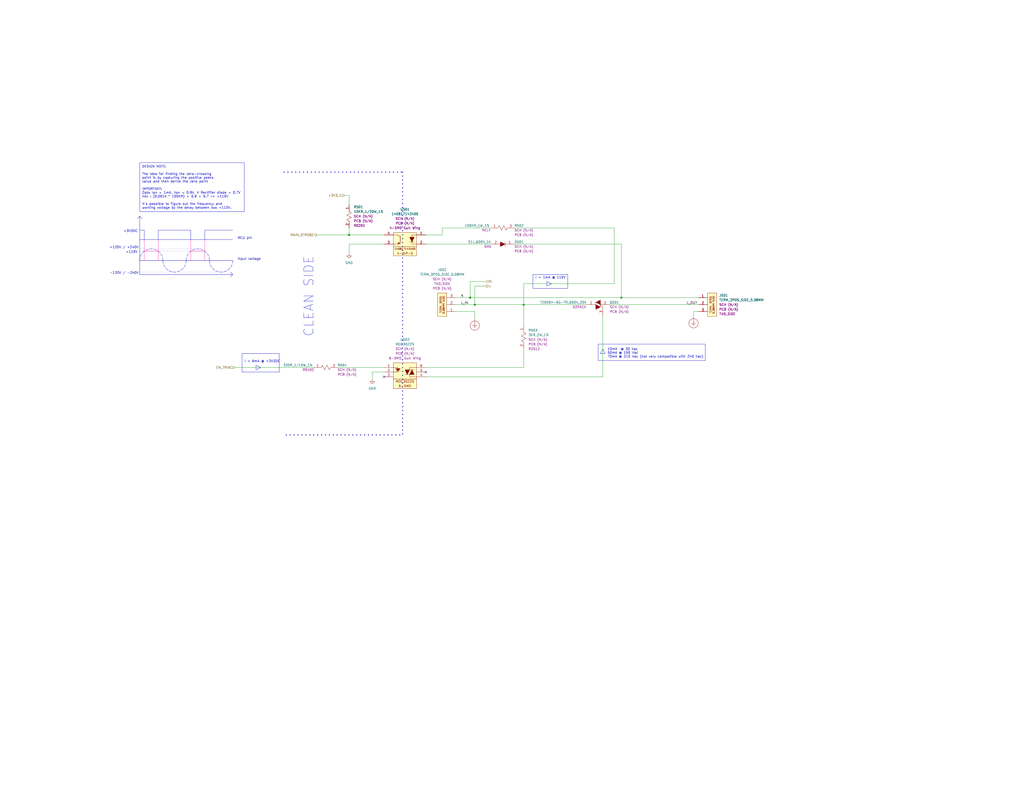
<source format=kicad_sch>
(kicad_sch (version 20230121) (generator eeschema)
  (paper "C")
  (title_block (title "Hot Plate") (date "09/15/2023") (rev "v1.0") (company "Mend0z0") (comment 1 "v1") (comment 2 "RELEASED") (comment 3 "Siavash Taher Parvar") (comment 8 "N/A"))
  (lib_symbols
    (symbol "_SCHLIB_HotPlate:CONN_TERM_3POS_SIDE_5.08MM"
      (property "Reference" "J" (at 3.81 3.81 0))
      (property "Value" "TERM_3POS_SIDE_5.08MM" (at 3.81 6.35 0))
      (property "SCH CHECK" "SCH (N/A)" (at 3.81 31.75 0))
      (property "Package" "THD_SIDE" (at 3.81 34.29 0))
      (property "PCB CHECk" "PCB (N/A)" (at 3.81 29.21 0))
      (symbol "CONN_TERM_3POS_SIDE_5.08MM_0_1"
        (rectangle (start 5.08 0) (end 10.16 -12.7) (fill (type background)))
        (text "TERM, 3POS\n5.08MM SIDE" (at 7.62 -6.35 900) (effects (font (size 1.016 1.016))))
      )
      (symbol "CONN_TERM_3POS_SIDE_5.08MM_1_1"
        (pin passive line (at 0 -2.54 0) (length 5.08) (name "") (number "1"))
        (pin passive line (at 0 -6.35 0) (length 5.08) (name "") (number "2"))
        (pin passive line (at 0 -10.16 0) (length 5.08) (name "") (number "3"))
      )
    )
    (symbol "_SCHLIB_HotPlate:DIODE_GP_S1J_600V_1A_SMA"
      (property "Reference" "D" (at 3.81 5.08 0))
      (property "Value" "S1J_600V_1A" (at 3.81 7.62 0))
      (property "SCH CHECK" "SCH (N/A)" (at 3.81 33.02 0))
      (property "Package" "SMA" (at 3.81 35.56 0))
      (property "PCB CHECk" "PCB (N/A)" (at 3.81 30.48 0))
      (symbol "DIODE_GP_S1J_600V_1A_SMA_0_1"
        (polyline (pts (xy 7.62 1.27) (xy 7.62 -1.27)))
        (polyline (pts (xy 5.08 1.27) (xy 5.08 -1.27) (xy 7.62 0) (xy 5.08 1.27)) (fill (type outline)))
      )
      (symbol "DIODE_GP_S1J_600V_1A_SMA_1_1"
        (pin passive line (at 12.7 0 180) (length 5.08) (name "") (number "1"))
        (pin passive line (at 0 0 0) (length 5.08) (name "") (number "2"))
      )
    )
    (symbol "_SCHLIB_HotPlate:IC_OPTOISOLATOR_140817143400_TRANSISTOR_5kV_35V_0.05A_4-SMD Gull Wing"
      (property "Reference" "U" (at 2.54 3.81 0))
      (property "Value" "140817143400" (at 2.54 6.35 0))
      (property "SCH CHECK" "SCH (N/A)" (at 2.54 31.75 0))
      (property "Package" "4-SMD Gull Wing" (at 2.54 34.29 0))
      (property "PCB CHECk" "PCB (N/A)" (at 2.54 29.21 0))
      (symbol "IC_OPTOISOLATOR_140817143400_TRANSISTOR_5kV_35V_0.05A_4-SMD Gull Wing_0_0"
        (polyline (pts (xy 13.97 -1.27) (xy 13.97 -6.35)))
        (polyline (pts (xy 17.78 -1.27) (xy 15.24 -1.27) (xy 15.24 -1.27)))
        (polyline (pts (xy 14.9738 -5.3631) (xy 14.2597 -5.98) (xy 15.2527 -6.3543) (xy 14.978 -5.3589)) (fill (type outline)))
        (polyline (pts (xy 15.24 -1.27) (xy 13.97 -2.54) (xy 13.97 -5.08) (xy 15.24 -6.35)))
        (text "140817143400" (at 11.43 -8.89 0) (effects (font (size 1.016 1.016))))
        (text "4-DIP-S" (at 11.43 -11.43 0) (effects (font (size 1.27 1.27))))
      )
      (symbol "IC_OPTOISOLATOR_140817143400_TRANSISTOR_5kV_35V_0.05A_4-SMD Gull Wing_0_1"
        (polyline (pts (xy 5.08 -7.62) (xy 17.78 -7.62)))
        (polyline (pts (xy 6.35 -5.08) (xy 8.89 -5.08)))
        (polyline (pts (xy 17.78 -6.35) (xy 15.24 -6.35) (xy 15.24 -6.35)))
        (polyline (pts (xy 5.08 -1.27) (xy 7.62 -1.27) (xy 7.62 -6.35) (xy 5.08 -6.35)))
        (polyline (pts (xy 6.35 -2.54) (xy 8.89 -2.54) (xy 7.62 -5.08) (xy 6.35 -2.54)) (fill (type outline)))
        (rectangle (start 5.08 0) (end 17.78 -12.7) (fill (type background)))
      )
      (symbol "IC_OPTOISOLATOR_140817143400_TRANSISTOR_5kV_35V_0.05A_4-SMD Gull Wing_1_1"
        (pin passive line (at 0 -1.27 0) (length 5.08) (name "") (number "1"))
        (pin passive line (at 0 -6.35 0) (length 5.08) (name "") (number "2"))
        (pin passive line (at 22.86 -6.35 180) (length 5.08) (name "") (number "3"))
        (pin passive line (at 22.86 -1.27 180) (length 5.08) (name "") (number "4"))
      )
    )
    (symbol "_SCHLIB_HotPlate:IC_OPTOISOLATOR_MOC3022S_TRIAC_5kV_400V_6-SMD, Gull Wing"
      (property "Reference" "U" (at 2.54 3.81 0))
      (property "Value" "MOC3022S" (at 2.54 6.35 0))
      (property "SCH CHECK" "SCH (N/A)" (at 2.54 31.75 0))
      (property "Package" "6-SMD, Gull Wing" (at 2.54 34.29 0))
      (property "PCB CHECk" "PCB (N/A)" (at 2.54 29.21 0))
      (symbol "IC_OPTOISOLATOR_MOC3022S_TRIAC_5kV_400V_6-SMD, Gull Wing_0_0"
        (text "6-SMD" (at 6.35 -12.7 0) (effects (font (size 1.27 1.27))))
        (text "MOC3022S" (at 6.35 -10.16 0) (effects (font (size 1.27 1.27))))
      )
      (symbol "IC_OPTOISOLATOR_MOC3022S_TRIAC_5kV_400V_6-SMD, Gull Wing_0_1"
        (polyline (pts (xy 0 -8.89) (xy 12.7 -8.89)))
        (polyline (pts (xy 1.27 -4.445) (xy 3.81 -4.445)))
        (polyline (pts (xy 6.35 -6.35) (xy 10.16 -6.35)))
        (polyline (pts (xy 7.62 -3.81) (xy 11.43 -3.81)))
        (polyline (pts (xy 12.7 -7.62) (xy 8.89 -7.62) (xy 8.89 -6.35)))
        (polyline (pts (xy 12.7 -2.54) (xy 8.89 -2.54) (xy 8.89 -3.81)))
        (polyline (pts (xy 0 -2.54) (xy 2.54 -2.54) (xy 2.54 -5.08) (xy 0 -5.08)))
        (polyline (pts (xy 1.27 -3.175) (xy 3.81 -3.175) (xy 2.54 -4.445) (xy 1.27 -3.175)) (fill (type outline)))
        (polyline (pts (xy 7.62 -6.35) (xy 8.89 -3.81) (xy 6.35 -3.81) (xy 7.62 -6.35)) (fill (type outline)))
        (polyline (pts (xy 10.16 -3.81) (xy 8.89 -6.35) (xy 11.43 -6.35) (xy 10.16 -3.81)) (fill (type outline)))
        (rectangle (start 0 0) (end 12.7 -13.97) (fill (type background)))
      )
      (symbol "IC_OPTOISOLATOR_MOC3022S_TRIAC_5kV_400V_6-SMD, Gull Wing_1_1"
        (pin passive line (at -5.08 -2.54 0) (length 5.08) (name "") (number "1"))
        (pin passive line (at -5.08 -5.08 0) (length 5.08) (name "") (number "2"))
        (pin passive line (at -5.08 -7.62 0) (length 5.08) (name "") (number "3"))
        (pin passive line (at 17.78 -7.62 180) (length 5.08) (name "") (number "4"))
        (pin passive line (at 17.78 -5.08 180) (length 5.08) (name "") (number "5"))
        (pin passive line (at 17.78 -2.54 180) (length 5.08) (name "") (number "6"))
      )
    )
    (symbol "_SCHLIB_HotPlate:Q_TRIAC_T2050H-6G-TR_600V_20A_D2PAK"
      (property "Reference" "Q" (at 2.54 3.81 0))
      (property "Value" "T2050H-6G-TR_600V_20A" (at 2.54 6.35 0))
      (property "SCH CHECK" "SCH (N/A)" (at 2.54 31.75 0))
      (property "Package" "D2PACK" (at 2.54 34.29 0))
      (property "PCB CHECk" "PCB (N/A)" (at 2.54 29.21 0))
      (symbol "Q_TRIAC_T2050H-6G-TR_600V_20A_D2PAK_0_1"
        (polyline (pts (xy 5.08 1.27) (xy 5.08 -1.27)))
        (polyline (pts (xy 7.62 0) (xy 8.89 -1.27)))
        (polyline (pts (xy 7.62 1.27) (xy 7.62 -1.27)))
        (polyline (pts (xy 5.08 0) (xy 7.62 -1.27) (xy 5.08 -2.54) (xy 5.08 0)) (fill (type outline)))
        (polyline (pts (xy 5.08 1.27) (xy 7.62 0) (xy 7.62 2.54) (xy 5.08 1.27)) (fill (type outline)))
      )
      (symbol "Q_TRIAC_T2050H-6G-TR_600V_20A_D2PAK_1_1"
        (pin passive line (at 0 0 0) (length 5.08) (name "") (number "1"))
        (pin passive line (at 12.7 0 180) (length 5.08) (name "") (number "2"))
        (pin passive line (at 8.89 -6.35 90) (length 5.08) (name "") (number "3"))
      )
    )
    (symbol "_SCHLIB_HotPlate:RES_100KR_1W_1%_MELF"
      (property "Reference" "R" (at 2.54 3.81 0))
      (property "Value" "100KR_1W_1%" (at 2.54 6.35 0))
      (property "SCH CHECK" "SCH (N/A)" (at 2.54 31.75 0))
      (property "Package" "MELF" (at 2.54 34.29 0))
      (property "PCB CHECk" "PCB (N/A)" (at 2.54 29.21 0))
      (symbol "RES_100KR_1W_1%_MELF_0_0"
        (polyline (pts (xy 3.81 0) (xy 4.445 1.27) (xy 5.715 -1.27) (xy 6.985 1.27) (xy 8.255 -1.27) (xy 8.89 0)))
      )
      (symbol "RES_100KR_1W_1%_MELF_1_1"
        (pin passive line (at 0 0 0) (length 3.81) (name "") (number "1"))
        (pin passive line (at 12.7 0 180) (length 3.81) (name "") (number "2"))
      )
    )
    (symbol "_SCHLIB_HotPlate:RES_10KR_1/20W_1%_R0201"
      (property "Reference" "R" (at 2.54 5.08 0))
      (property "Value" "10KR_1/20W_1%" (at 2.54 7.62 0))
      (property "SCH CHECK" "SCH (N/A)" (at 2.54 33.02 0))
      (property "Package" "R0201" (at 2.54 35.56 0))
      (property "PCB CHECk" "PCB (N/A)" (at 2.54 30.48 0))
      (symbol "RES_10KR_1/20W_1%_R0201_0_0"
        (polyline (pts (xy 3.81 0) (xy 4.445 1.27) (xy 5.715 -1.27) (xy 6.985 1.27) (xy 8.255 -1.27) (xy 8.89 0)))
      )
      (symbol "RES_10KR_1/20W_1%_R0201_1_1"
        (pin passive line (at 0 0 0) (length 3.81) (name "") (number "1"))
        (pin passive line (at 12.7 0 180) (length 3.81) (name "") (number "2"))
      )
    )
    (symbol "_SCHLIB_HotPlate:RES_330R_1/10W_1%_R0402"
      (property "Reference" "R" (at 3.81 5.08 0))
      (property "Value" "330R_1/10W_1%" (at 3.81 7.62 0))
      (property "SCH CHECK" "SCH (N/A)" (at 3.81 33.02 0))
      (property "Package" "R0402" (at 3.81 35.56 0))
      (property "PCB CHECk" "PCB (N/A)" (at 3.81 30.48 0))
      (symbol "RES_330R_1/10W_1%_R0402_0_0"
        (polyline (pts (xy 3.81 0) (xy 4.445 1.27) (xy 5.715 -1.27) (xy 6.985 1.27) (xy 8.255 -1.27) (xy 8.89 0)))
      )
      (symbol "RES_330R_1/10W_1%_R0402_1_1"
        (pin passive line (at 0 0 0) (length 3.81) (name "") (number "1"))
        (pin passive line (at 12.7 0 180) (length 3.81) (name "") (number "2"))
      )
    )
    (symbol "_SCHLIB_HotPlate:RES_3KR_2W_1%_R2512"
      (property "Reference" "R" (at 3.81 3.81 0))
      (property "Value" "3KR_2W_1%" (at 3.81 6.35 0))
      (property "SCH CHECK" "SCH (N/A)" (at 3.81 31.75 0))
      (property "Package" "R2512" (at 3.81 34.29 0))
      (property "PCB CHECk" "PCB (N/A)" (at 3.81 29.21 0))
      (symbol "RES_3KR_2W_1%_R2512_0_0"
        (polyline (pts (xy 3.81 0) (xy 4.445 1.27) (xy 5.715 -1.27) (xy 6.985 1.27) (xy 8.255 -1.27) (xy 8.89 0)))
      )
      (symbol "RES_3KR_2W_1%_R2512_1_1"
        (pin passive line (at 0 0 0) (length 3.81) (name "") (number "1"))
        (pin passive line (at 12.7 0 180) (length 3.81) (name "") (number "2"))
      )
    )
    (symbol "power:Earth_Protective" (power) (pin_names (offset 0))
      (symbol "Earth_Protective_0_1"
        (circle (center 0 -3.81) (radius 2.54))
        (polyline (pts (xy -0.635 -4.445) (xy 0.635 -4.445)))
        (polyline (pts (xy -0.127 -5.08) (xy 0.127 -5.08)))
        (polyline (pts (xy 0 -3.81) (xy 0 0)))
        (polyline (pts (xy 1.27 -3.81) (xy -1.27 -3.81)))
      )
      (symbol "Earth_Protective_1_1"
        (pin power_in line (at 0 0 270) (length 0) hide (name "Earth_Protective") (number "1"))
      )
    )
    (symbol "power:GND" (power) (pin_names (offset 0))
      (property "Value" "GND" (at 0 -3.81 0))
      (symbol "GND_0_1"
        (polyline (pts (xy 0 0) (xy 0 -1.27) (xy 1.27 -1.27) (xy 0 -2.54) (xy -1.27 -1.27) (xy 0 -1.27)))
      )
      (symbol "GND_1_1"
        (pin power_in line (at 0 0 270) (length 0) hide (name "GND") (number "1"))
      )
    )
  )
  (junction (at 256.54 162.56))
  (junction (at 339.09 162.56))
  (junction (at 285.75 166.37))
  (junction (at 190.5 128.27))
  (junction (at 259.08 166.37))
  (no_connect (at 232.41 203.2))
  (no_connect (at 209.55 205.74))
  (polyline (pts (xy 111.76 137.16) (xy 111.76 130.81)) (stroke (width 0) (color 255 29 154 1)))
  (wire (pts (xy 232.41 205.74) (xy 328.93 205.74)))
  (wire (pts (xy 248.92 166.37) (xy 259.08 166.37)))
  (wire (pts (xy 203.2 207.01) (xy 203.2 203.2)))
  (wire (pts (xy 256.54 162.56) (xy 339.09 162.56)))
  (polyline (pts (xy 104.14 137.16) (xy 111.76 137.16)) (stroke (width 0) (color 255 29 154 1)))
  (wire (pts (xy 339.09 133.35) (xy 339.09 162.56)))
  (polyline (pts (xy 76.2 125.73) (xy 78.74 125.73)))
  (wire (pts (xy 259.08 156.21) (xy 259.08 166.37)))
  (wire (pts (xy 285.75 154.94) (xy 285.75 166.37)))
  (polyline (pts (xy 326.39 196.85) (xy 384.81 196.85)))
  (polyline (pts (xy 139.7 201.93) (xy 142.24 200.66)))
  (wire (pts (xy 285.75 190.5) (xy 285.75 200.66)))
  (polyline (pts (xy 111.76 137.16) (xy 76.2 137.16)) (stroke (width 0) (type dot)))
  (polyline (pts (xy 78.74 137.16) (xy 78.74 142.24)) (stroke (width 0) (color 255 29 154 1)))
  (wire (pts (xy 241.3 128.27) (xy 232.41 128.27)))
  (polyline (pts (xy 156.21 237.49) (xy 219.71 237.49)) (stroke (width 0.508) (type dot)))
  (polyline (pts (xy 327.66 193.04) (xy 330.2 193.04)))
  (polyline (pts (xy 86.36 130.81) (xy 86.36 125.73)))
  (polyline (pts (xy 86.36 137.16) (xy 86.36 130.81)) (stroke (width 0) (color 255 29 154 1)))
  (polyline (pts (xy 124.46 148.59) (xy 76.2 148.59)) (stroke (width 0) (type dot)))
  (polyline (pts (xy 76.2 130.81) (xy 127 130.81)))
  (wire (pts (xy 285.75 177.8) (xy 285.75 166.37)))
  (wire (pts (xy 332.74 166.37) (xy 381 166.37)))
  (wire (pts (xy 190.5 133.35) (xy 209.55 133.35)))
  (polyline (pts (xy 76.2 118.11) (xy 76.2 149.86)))
  (polyline (pts (xy 326.39 187.96) (xy 384.81 187.96)))
  (polyline (pts (xy 111.76 137.16) (xy 111.76 142.24)) (stroke (width 0) (color 255 29 154 1)))
  (polyline (pts (xy 76.2 118.11) (xy 77.47 119.38)))
  (wire (pts (xy 184.15 200.66) (xy 209.55 200.66)))
  (wire (pts (xy 190.5 128.27) (xy 209.55 128.27)))
  (polyline (pts (xy 384.81 196.85) (xy 384.81 187.96)))
  (polyline (pts (xy 78.74 137.16) (xy 78.74 130.81)) (stroke (width 0) (color 255 29 154 1)))
  (polyline (pts (xy 327.66 193.04) (xy 328.93 190.5)))
  (polyline (pts (xy 139.7 199.39) (xy 142.24 200.66)))
  (polyline (pts (xy 104.14 137.16) (xy 104.14 142.24)) (stroke (width 0) (color 255 29 154 1)))
  (polyline (pts (xy 76.2 149.86) (xy 127 149.86)))
  (wire (pts (xy 187.96 106.68) (xy 190.5 106.68)))
  (wire (pts (xy 241.3 124.46) (xy 241.3 128.27)))
  (polyline (pts (xy 76.2 142.24) (xy 127 142.24)))
  (wire (pts (xy 259.08 166.37) (xy 285.75 166.37)))
  (wire (pts (xy 335.28 154.94) (xy 335.28 124.46)))
  (polyline (pts (xy 125.73 151.13) (xy 127 149.86)))
  (wire (pts (xy 328.93 205.74) (xy 328.93 172.72)))
  (wire (pts (xy 378.46 172.72) (xy 378.46 170.18)))
  (polyline (pts (xy 139.7 199.39) (xy 139.7 201.93)))
  (wire (pts (xy 265.43 153.67) (xy 256.54 153.67)))
  (polyline (pts (xy 78.74 137.16) (xy 86.36 137.16)) (stroke (width 0) (color 255 29 154 1)))
  (polyline (pts (xy 74.93 119.38) (xy 76.2 118.11)))
  (polyline (pts (xy 78.74 125.73) (xy 78.74 130.81)))
  (wire (pts (xy 203.2 203.2) (xy 209.55 203.2)))
  (polyline (pts (xy 330.2 193.04) (xy 328.93 190.5)))
  (wire (pts (xy 378.46 170.18) (xy 381 170.18)))
  (wire (pts (xy 128.27 200.66) (xy 171.45 200.66)))
  (polyline (pts (xy 86.36 137.16) (xy 86.36 142.24)) (stroke (width 0) (color 255 29 154 1)))
  (wire (pts (xy 190.5 124.46) (xy 190.5 128.27)))
  (wire (pts (xy 232.41 200.66) (xy 285.75 200.66)))
  (wire (pts (xy 259.08 170.18) (xy 248.92 170.18)))
  (wire (pts (xy 190.5 106.68) (xy 190.5 111.76)))
  (polyline (pts (xy 154.94 93.98) (xy 219.71 93.98)) (stroke (width 0.508) (type dot)))
  (polyline (pts (xy 111.76 125.73) (xy 127 125.73)))
  (wire (pts (xy 248.92 162.56) (xy 256.54 162.56)))
  (polyline (pts (xy 104.14 125.73) (xy 104.14 130.81)))
  (wire (pts (xy 280.67 133.35) (xy 339.09 133.35)))
  (wire (pts (xy 256.54 153.67) (xy 256.54 162.56)))
  (polyline (pts (xy 104.14 137.16) (xy 104.14 130.81)) (stroke (width 0) (color 255 29 154 1)))
  (wire (pts (xy 285.75 154.94) (xy 335.28 154.94)))
  (polyline (pts (xy 111.76 130.81) (xy 111.76 125.73)))
  (wire (pts (xy 265.43 156.21) (xy 259.08 156.21)))
  (wire (pts (xy 241.3 124.46) (xy 267.97 124.46)))
  (polyline (pts (xy 125.73 148.59) (xy 127 149.86)))
  (polyline (pts (xy 219.71 93.98) (xy 219.71 237.49)) (stroke (width 0.508) (type dot)))
  (polyline (pts (xy 111.76 135.89) (xy 76.2 135.89)) (stroke (width 0) (type dot)))
  (polyline (pts (xy 298.45 156.21) (xy 300.99 154.94)))
  (polyline (pts (xy 298.45 153.67) (xy 300.99 154.94)))
  (wire (pts (xy 280.67 124.46) (xy 335.28 124.46)))
  (wire (pts (xy 232.41 133.35) (xy 267.97 133.35)))
  (wire (pts (xy 190.5 138.43) (xy 190.5 133.35)))
  (wire (pts (xy 172.72 128.27) (xy 190.5 128.27)))
  (wire (pts (xy 339.09 162.56) (xy 381 162.56)))
  (polyline (pts (xy 86.36 125.73) (xy 104.14 125.73)))
  (polyline (pts (xy 298.45 153.67) (xy 298.45 156.21)))
  (polyline (pts (xy 326.39 187.96) (xy 326.39 196.85)))
  (wire (pts (xy 259.08 173.99) (xy 259.08 170.18)))
  (wire (pts (xy 285.75 166.37) (xy 320.04 166.37)))
  (arc (start 127 142.2756) (mid 120.65 148.5901) (end 114.3 142.2756) (stroke (width 0) (type dash)))
  (arc (start 101.6 142.2044) (mid 107.95 135.8899) (end 114.3 142.2044) (stroke (width 0) (type dash)))
  (rectangle (start 76.2 88.9) (end 133.35 115.57))
  (rectangle (start 290.83 149.86) (end 309.88 157.48))
  (rectangle (start 132.08 193.04) (end 152.4 203.2))
  (arc (start 76.2 142.24) (mid 82.55 135.9255) (end 88.9 142.24) (stroke (width 0) (type dash)))
  (arc (start 101.6 142.2756) (mid 95.25 148.5901) (end 88.9 142.2756) (stroke (width 0) (type dash)))
  (text "input voltage" (at 129.54 142.24 0) (effects (font (size 1.27 1.27)) (justify left bottom)))
  (text "I = 6mA @ +3V3DC" (at 133.35 198.12 0) (effects (font (size 1.27 1.27)) (justify left bottom)))
  (text "+120V / +240V" (at 59.69 135.89 0) (effects (font (size 1.27 1.27)) (justify left bottom)))
  (text "+3V3DC" (at 67.31 127 0) (effects (font (size 1.27 1.27)) (justify left bottom)))
  (text "I = 1mA @ 110V" (at 292.1 152.4 0) (effects (font (size 1.27 1.27)) (justify left bottom)))
  (text "+110V" (at 68.58 138.43 0) (effects (font (size 1.27 1.27)) (justify left bottom)))
  (text "10mA  @ 30 Vac\n50mA @ 150 Vac\n70mA @ 210 Vac (not very compatible with 240 Vac)" (at 331.47 195.58 0) (effects (font (size 1.27 1.27)) (justify left bottom)))
  (text "CLEAN SIDE" (at 171.45 184.15 90) (effects (font (size 5.08 5.08)) (justify left bottom)))
  (text "DESIGN NOTE:\n\nThe Idea for finding the zero-crossing\npoint is by capturing the positive peeks\nvalue and then derive the zero point\n\nIMPORTANT: \nOpto Ion = 1mA, Von = 0.9V, V Rectifier diode = 0.7V\nVon : (0.001A * 100KR) + 0.9 + 0.7 ~= +110V\n\nIt's possible to figure out the frequency and\nworking voltage by the delay between two +110V." (at 77.47 114.3 0) (effects (font (size 1.27 1.27)) (justify left bottom)))
  (text "-120V / -240V" (at 59.69 149.86 0) (effects (font (size 1.27 1.27)) (justify left bottom)))
  (text "MCU pin" (at 129.54 130.81 0) (effects (font (size 1.27 1.27)) (justify left bottom)))
  (label "L_OUT" (at 374.65 166.37 0))
  (label "L_IN" (at 251.46 166.37 0))
  (label "N" (at 251.46 162.56 0))
  (hierarchical_label "+3V3_1" (shape input) (at 187.96 106.68 180))
  (hierarchical_label "MAIN_STROBE" (shape output) (at 172.72 128.27 180))
  (hierarchical_label "L" (shape output) (at 265.43 156.21 0))
  (hierarchical_label "N" (shape input) (at 265.43 153.67 0))
  (hierarchical_label "EN_TRIAC" (shape input) (at 128.27 200.66 180))
  (symbol (lib_id "_SCHLIB_HotPlate:RES_10KR_1/20W_1%_R0201") (at 190.5 111.76 270) (unit 1)
    (property "Reference" "R501" (at 193.04 113.03 90) (effects (justify left)))
    (property "Value" "10KR_1/20W_1%" (at 193.04 115.57 90) (effects (justify left)))
    (property "Footprint" "Resistor_SMD:R_0201_0603Metric" (effects hide))
    (property "Datasheet" "https://www.seielect.com/Catalog/SEI-RMCF_RMCP.pdf" (effects hide))
    (property "Description" "10 kOhms ±1% 0.05W, 1/20W Chip Resistor 0201 (0603 Metric) Thick Film" (effects hide))
    (property "Link" "https://www.digikey.ca/en/products/detail/stackpole-electronics-inc/RMCF0201FT10K0/1714990" (effects hide))
    (property "SCH CHECK" "SCH (N/A)" (at 193.04 118.11 90) (effects (justify left)))
    (property "Package" "R0201" (at 193.04 123.19 90) (effects (justify left)))
    (property "Part Number (Manufacturer)" "RMCF0201FT10K0" (effects hide))
    (property "Manufacturer" "Stackpole Electronics Inc" (effects hide))
    (property "Part Number (Vendor)" "RMCF0201FT10K0TR-ND" (effects hide))
    (property "Vendor" "Digikey" (effects hide))
    (property "PCB CHECk" "PCB (N/A)" (at 193.04 120.65 90) (effects (justify left)))
  )
  (symbol (lib_id "_SCHLIB_HotPlate:DIODE_GP_S1J_600V_1A_SMA") (at 267.97 133.35 0) (unit 1)
    (property "Reference" "D501" (at 283.21 132.08 0))
    (property "Value" "S1J_600V_1A" (at 261.62 132.08 0))
    (property "Footprint" "Diode_SMD:D_SMA" (effects hide))
    (property "Datasheet" "https://www.smc-diodes.com/propdf/S1A-S1M%20N0560%20REV.B.pdf" (effects hide))
    (property "Description" "Diode 600 V 1A Surface Mount SMA (DO-214AC)" (effects hide))
    (property "Link" "https://www.digikey.ca/en/products/detail/smc-diode-solutions/S1J/6022595" (effects hide))
    (property "SCH CHECK" "SCH (N/A)" (at 280.67 134.62 0) (effects (justify left)))
    (property "Package" "SMA" (at 264.16 134.62 0) (effects (justify left)))
    (property "Part Number (Manufacturer)" "S1J" (effects hide))
    (property "Manufacturer" "SMC Diode Solutions" (effects hide))
    (property "Part Number (Vendor)" "1655-S1JTR-ND" (effects hide))
    (property "Vendor" "Digikey" (effects hide))
    (property "PCB CHECk" "PCB (N/A)" (at 280.67 137.16 0) (effects (justify left)))
  )
  (symbol (lib_id "_SCHLIB_HotPlate:IC_OPTOISOLATOR_140817143400_TRANSISTOR_5kV_35V_0.05A_4-SMD Gull Wing") (at 232.41 127 0) (mirror y) (unit 1)
    (property "Reference" "U501" (at 220.98 114.3 0))
    (property "Value" "140817143400" (at 220.98 116.84 0))
    (property "Footprint" "Package_DIP:SMDIP-4_W7.62mm" (effects hide))
    (property "Datasheet" "https://www.we-online.com/catalog/datasheet/140817143400.pdf" (effects hide))
    (property "Description" "Optoisolator Transistor Output 5000Vrms 1 Channel 4-DIP-S" (effects hide))
    (property "Link" "https://www.digikey.ca/en/products/detail/w%C3%BCrth-elektronik/140817143400/13584809" (effects hide))
    (property "SCH CHECK" "SCH (N/A)" (at 220.98 119.38 0))
    (property "Part Number (Manufacturer)" "140817143400" (effects hide))
    (property "Package" "4-SMD Gull Wing" (at 220.98 124.46 0))
    (property "Manufacturer" "Würth Elektronik" (effects hide))
    (property "Part Number (Vendor)" "732-140817143400TR-ND" (effects hide))
    (property "Vendor" "Digikey" (effects hide))
    (property "PCB CHECk" "PCB (N/A)" (at 220.98 121.92 0))
  )
  (symbol (lib_id "power:GND") (at 203.2 207.01 0) (unit 1)
    (property "Reference" "#PWR0504" (effects hide))
    (property "Value" "GND" (at 203.2 212.09 0))
  )
  (symbol (lib_id "_SCHLIB_HotPlate:Q_TRIAC_T2050H-6G-TR_600V_20A_D2PAK") (at 320.04 166.37 0) (unit 1)
    (property "Reference" "Q501" (at 335.28 165.1 0))
    (property "Value" "T2050H-6G-TR_600V_20A" (at 307.34 165.1 0))
    (property "Footprint" "Package_TO_SOT_SMD:TO-263-2" (effects hide))
    (property "Datasheet" "https://www.st.com/content/ccc/resource/technical/document/datasheet/ee/23/88/1f/ec/4d/43/34/CD00161297.pdf/files/CD00161297.pdf/jcr:content/translations/en.CD00161297.pdf" (effects hide))
    (property "Description" "TRIAC Alternistor - Snubberless 600 V 20 A Surface Mount D2PAK" (effects hide))
    (property "Link" "https://www.digikey.ca/en/products/detail/stmicroelectronics/T2050H-6G-TR/7313726" (effects hide))
    (property "SCH CHECK" "SCH (N/A)" (at 332.74 167.64 0) (effects (justify left)))
    (property "Package" "D2PACK" (at 312.42 167.64 0) (effects (justify left)))
    (property "Part Number (Manufacturer)" "T2050H-6G-TR" (effects hide))
    (property "Manufacturer" "STMicroelectronics" (effects hide))
    (property "Part Number (Vendor)" "497-17285-2-ND" (effects hide))
    (property "Vendor" "Digikey" (effects hide))
    (property "PCB CHECk" "PCB (N/A)" (at 332.74 170.18 0) (effects (justify left)))
  )
  (symbol (lib_id "_SCHLIB_HotPlate:RES_100KR_1W_1%_MELF") (at 267.97 124.46 0) (unit 1)
    (property "Reference" "R502" (at 283.21 123.19 0))
    (property "Value" "100KR_1W_1%" (at 260.35 123.19 0))
    (property "Footprint" "Resistor_SMD:R_MELF_MMB-0207" (effects hide))
    (property "Datasheet" "https://www.vishay.com/docs/20005/smm0207.pdf" (effects hide))
    (property "Description" "100 kOhms ±1% 1W Chip Resistor MELF, 0207 Anti-Sulfur, Automotive AEC-Q200, Pulse Withstanding Thin Film" (effects hide))
    (property "Link" "https://www.digikey.ca/en/products/detail/vishay-beyschlag-draloric-bc-components/SMM02070C1003FBP00/5304414" (effects hide))
    (property "SCH CHECK" "SCH (N/A)" (at 280.67 125.73 0) (effects (justify left)))
    (property "Package" "MELF" (at 262.89 125.73 0) (effects (justify left)))
    (property "Part Number (Manufacturer)" "SMM02070C1003FBP00" (effects hide))
    (property "Manufacturer" "Vishay Beyschlag/Draloric/BC Components" (effects hide))
    (property "Part Number (Vendor)" "749-1134-2-ND" (effects hide))
    (property "Vendor" "Digikey" (effects hide))
    (property "PCB CHECk" "PCB (N/A)" (at 280.67 128.27 0) (effects (justify left)))
  )
  (symbol (lib_id "_SCHLIB_HotPlate:RES_3KR_2W_1%_R2512") (at 285.75 177.8 270) (unit 1)
    (property "Reference" "R503" (at 288.29 180.34 90) (effects (justify left)))
    (property "Value" "3KR_2W_1%" (at 288.29 182.88 90) (effects (justify left)))
    (property "Footprint" "Resistor_SMD:R_2512_6332Metric" (effects hide))
    (property "Datasheet" "https://www.te.com/commerce/DocumentDelivery/DDEController?Action=srchrtrv&DocNm=9-1773463-5&DocType=DS&DocLang=English" (effects hide))
    (property "Description" "3 kOhms ±1% 2W Chip Resistor 2512 (6432 Metric) Automotive AEC-Q200 Thick Film" (effects hide))
    (property "Link" "https://www.digikey.ca/en/products/detail/te-connectivity-passive-product/35213K0FT/4279917" (effects hide))
    (property "SCH CHECK" "SCH (N/A)" (at 288.29 185.42 90) (effects (justify left)))
    (property "Package" "R2512" (at 288.29 190.5 90) (effects (justify left)))
    (property "Part Number (Manufacturer)" "35213K0FT" (effects hide))
    (property "Manufacturer" "TE Connectivity Passive Product" (effects hide))
    (property "Part Number (Vendor)" "A116043TR-ND" (effects hide))
    (property "Vendor" "Digikey" (effects hide))
    (property "PCB CHECk" "PCB (N/A)" (at 288.29 187.96 90) (effects (justify left)))
  )
  (symbol (lib_id "_SCHLIB_HotPlate:CONN_TERM_3POS_SIDE_5.08MM") (at 381 160.02 0) (unit 1)
    (property "Reference" "J501" (at 392.43 161.29 0) (effects (justify left)))
    (property "Value" "TERM_3POS_SIDE_5.08MM" (at 392.43 163.83 0) (effects (justify left)))
    (property "Footprint" "TerminalBlock_Phoenix:TerminalBlock_Phoenix_MKDS-1,5-3-5.08_1x03_P5.08mm_Horizontal" (effects hide))
    (property "Datasheet" "https://app.adam-tech.com/products/download/data_sheet/204054/eb147a-xx-d-data-sheet.pdf" (effects hide))
    (property "Description" "3 Position Wire to Board Terminal Block Horizontal with Board 0.200\" (5.08mm) Through Hole" (effects hide))
    (property "Link" "https://www.digikey.ca/en/products/detail/adam-tech/EB147A-03-D/9830884" (effects hide))
    (property "SCH CHECK" "SCH (N/A)" (at 392.43 166.37 0) (effects (justify left)))
    (property "Part Number (Manufacturer)" "EB147A-03-D" (effects hide))
    (property "Package" "THD_SIDE" (at 392.43 171.45 0) (effects (justify left)))
    (property "Manufacturer" "Adam Tech" (effects hide))
    (property "Part Number (Vendor)" "2057-EB147A-03-D-ND" (effects hide))
    (property "Vendor" "Digikey" (effects hide))
    (property "PCB CHECk" "PCB (N/A)" (at 392.43 168.91 0) (effects (justify left)))
  )
  (symbol (lib_id "_SCHLIB_HotPlate:CONN_TERM_3POS_SIDE_5.08MM") (at 248.92 172.72 180) (unit 1)
    (property "Reference" "J502" (at 241.3 147.32 0))
    (property "Value" "TERM_3POS_SIDE_5.08MM" (at 241.3 149.86 0))
    (property "Footprint" "TerminalBlock_Phoenix:TerminalBlock_Phoenix_MKDS-1,5-3-5.08_1x03_P5.08mm_Horizontal" (effects hide))
    (property "Datasheet" "https://app.adam-tech.com/products/download/data_sheet/204054/eb147a-xx-d-data-sheet.pdf" (effects hide))
    (property "Description" "3 Position Wire to Board Terminal Block Horizontal with Board 0.200\" (5.08mm) Through Hole" (effects hide))
    (property "Link" "https://www.digikey.ca/en/products/detail/adam-tech/EB147A-03-D/9830884" (effects hide))
    (property "SCH CHECK" "SCH (N/A)" (at 241.3 152.4 0))
    (property "Part Number (Manufacturer)" "EB147A-03-D" (effects hide))
    (property "Package" "THD_SIDE" (at 241.3 154.94 0))
    (property "Manufacturer" "Adam Tech" (effects hide))
    (property "Part Number (Vendor)" "2057-EB147A-03-D-ND" (effects hide))
    (property "Vendor" "Digikey" (effects hide))
    (property "PCB CHECk" "PCB (N/A)" (at 241.3 157.48 0))
  )
  (symbol (lib_id "power:GND") (at 190.5 138.43 0) (unit 1)
    (property "Reference" "#PWR0501" (effects hide))
    (property "Value" "GND" (at 190.5 143.51 0))
  )
  (symbol (lib_id "_SCHLIB_HotPlate:IC_OPTOISOLATOR_MOC3022S_TRIAC_5kV_400V_6-SMD, Gull Wing") (at 214.63 198.12 0) (unit 1)
    (property "Reference" "U502" (at 220.98 185.42 0))
    (property "Value" "MOC3022S" (at 220.98 187.96 0))
    (property "Footprint" "Package_DIP:SMDIP-6_W7.62mm" (effects hide))
    (property "Datasheet" "https://optoelectronics.liteon.com/upload/download/DS-70-99-0019/MOC302X%20series%20201606.pdf" (effects hide))
    (property "Description" "Optoisolator Triac Output 5000Vrms 1 Channel 6-SMD" (effects hide))
    (property "Link" "https://www.digikey.ca/en/products/detail/liteon/MOC3022S/385847" (effects hide))
    (property "SCH CHECK" "SCH (N/A)" (at 220.98 190.5 0))
    (property "Part Number (Manufacturer)" "MOC3022S" (effects hide))
    (property "Package" "6-SMD, Gull Wing" (at 220.98 195.58 0))
    (property "Manufacturer" "Lite-On Inc." (effects hide))
    (property "Part Number (Vendor)" "160-1377-5-ND" (effects hide))
    (property "Vendor" "Digikey" (effects hide))
    (property "PCB CHECk" "PCB (N/A)" (at 220.98 193.04 0))
  )
  (symbol (lib_id "power:Earth_Protective") (at 259.08 173.99 0) (unit 1)
    (property "Reference" "#PWR0801" (effects hide))
    (property "Value" "Earth_Protective" (effects hide))
    (instances (project "_HW_HotPlate" (path "" (reference "#PWR0801") (unit 1)) (path "" (reference "#PWR0503") (unit 1))))
  )
  (symbol (lib_id "power:Earth_Protective") (at 378.46 172.72 0) (unit 1)
    (property "Reference" "#PWR0801" (effects hide))
    (property "Value" "Earth_Protective" (effects hide))
    (instances (project "_HW_HotPlate" (path "" (reference "#PWR0801") (unit 1)) (path "" (reference "#PWR0502") (unit 1))))
  )
  (symbol (lib_id "_SCHLIB_HotPlate:RES_330R_1/10W_1%_R0402") (at 171.45 200.66 0) (unit 1)
    (property "Reference" "R504" (at 186.69 199.39 0))
    (property "Value" "330R_1/10W_1%" (at 162.56 199.39 0))
    (property "Footprint" "Resistor_SMD:R_0402_1005Metric" (effects hide))
    (property "Datasheet" "https://industrial.panasonic.com/cdbs/www-data/pdf/RDA0000/AOA0000C304.pdf" (effects hide))
    (property "Description" "330 Ohms ±1% 0.1W, 1/10W Chip Resistor 0402 (1005 Metric) Automotive AEC-Q200 Thick Film" (effects hide))
    (property "Link" "https://www.digikey.ca/en/products/detail/panasonic-electronic-components/ERJ-2RKF3300X/1746189" (effects hide))
    (property "SCH CHECK" "SCH (N/A)" (at 184.15 201.93 0) (effects (justify left)))
    (property "Package" "R0402" (at 165.1 201.93 0) (effects (justify left)))
    (property "Part Number (Manufacturer)" "ERJ-2RKF3300X" (effects hide))
    (property "Manufacturer" "Panasonic Electronic Components" (effects hide))
    (property "Part Number (Vendor)" "P330LTR-ND" (effects hide))
    (property "Vendor" "Digikey" (effects hide))
    (property "PCB CHECk" "PCB (N/A)" (at 184.15 204.47 0) (effects (justify left)))
  )
)
</source>
